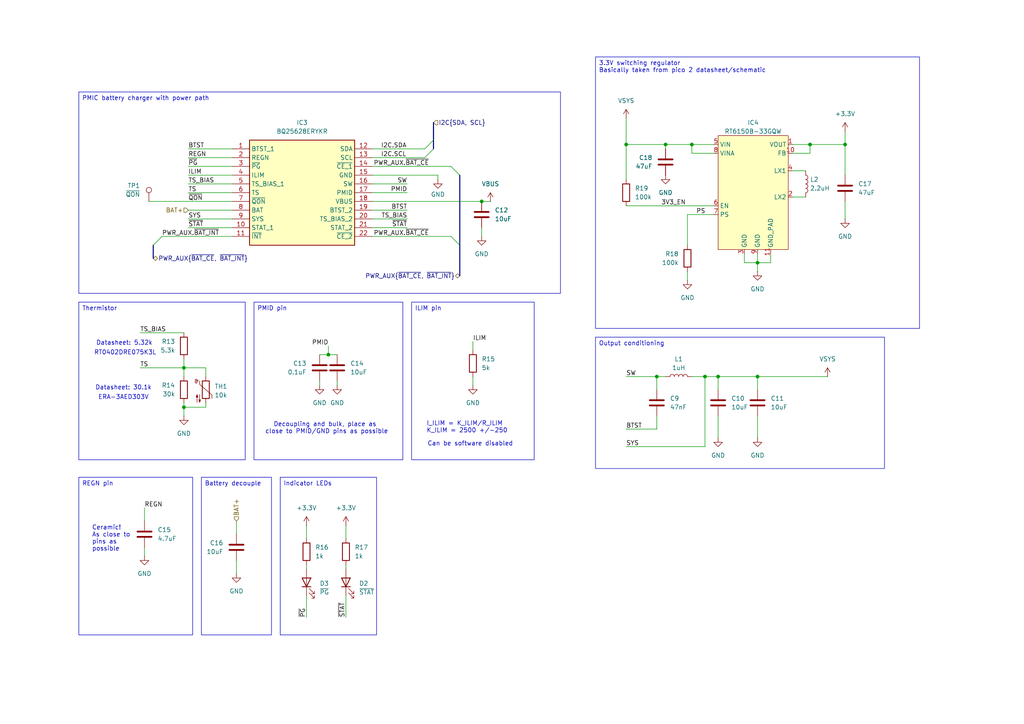
<source format=kicad_sch>
(kicad_sch (version 20250114) (generator "eeschema") (generator_version "9.0")
  (paper "A4")
  (lib_symbols
    (symbol "Connector:TestPoint" (pin_numbers (hide yes)) (pin_names (offset 0.762) (hide yes))
      (property "Reference" "TP" (at 0 6.858 0))
      (property "Value" "TestPoint" (at 0 5.08 0))
      (symbol "TestPoint_0_1"
        (circle (center 0 3.302) (radius 0.762))
      )
      (symbol "TestPoint_1_1"
        (pin passive line (at 0 0 90) (length 2.54) (name "1") (number "1"))
      )
    )
    (symbol "CustomSymbols:RT6150B-33GQW"
      (property "Reference" "IC" (at 0 3.81 0))
      (property "Value" "RT6150B-33GQW" (at 0 1.778 0))
      (symbol "RT6150B-33GQW_1_1"
        (rectangle (start -10.16 -1.27) (end 10.16 -34.29) (fill (type background)))
        (pin power_in line (at -11.43 -3.81 0) (length 1.27) (name "VIN") (number "5"))
        (pin power_in line (at -11.43 -6.35 0) (length 1.27) (name "VINA") (number "8"))
        (pin input line (at -11.43 -21.59 0) (length 1.27) (name "EN") (number "6"))
        (pin input line (at -11.43 -24.13 0) (length 1.27) (name "PS") (number "7"))
        (pin passive line (at -2.54 -35.56 90) (length 1.27) (name "GND") (number "3"))
        (pin passive line (at 1.27 -35.56 90) (length 1.27) (name "GND") (number "9"))
        (pin passive line (at 5.08 -35.56 90) (length 1.27) (name "GND_PAD") (number "11"))
        (pin power_out line (at 11.43 -3.81 180) (length 1.27) (name "VOUT") (number "1"))
        (pin input line (at 11.43 -6.35 180) (length 1.27) (name "FB") (number "10"))
        (pin passive line (at 11.43 -11.43 180) (length 1.27) (name "LX1") (number "4"))
        (pin passive line (at 11.43 -19.05 180) (length 1.27) (name "LX2") (number "2"))
      )
    )
    (symbol "Device:C" (pin_numbers (hide yes)) (pin_names (offset 0.254))
      (property "Reference" "C" (at 0.635 2.54 0))
      (property "Value" "C" (at 0.635 -2.54 0))
      (symbol "C_0_1"
        (polyline (pts (xy -2.032 0.762) (xy 2.032 0.762)) (stroke (width 0.508)))
        (polyline (pts (xy -2.032 -0.762) (xy 2.032 -0.762)) (stroke (width 0.508)))
      )
      (symbol "C_1_1"
        (pin passive line (at 0 3.81 270) (length 2.794) (name "~") (number "1"))
        (pin passive line (at 0 -3.81 90) (length 2.794) (name "~") (number "2"))
      )
    )
    (symbol "Device:L" (pin_numbers (hide yes)) (pin_names (offset 1.016) (hide yes))
      (property "Reference" "L" (at -1.27 0 90))
      (property "Value" "L" (at 1.905 0 90))
      (symbol "L_0_1"
        (arc (start 0 2.54) (mid 0.6323 1.905) (end 0 1.27))
        (arc (start 0 1.27) (mid 0.6323 0.635) (end 0 0))
        (arc (start 0 0) (mid 0.6323 -0.635) (end 0 -1.27))
        (arc (start 0 -1.27) (mid 0.6323 -1.905) (end 0 -2.54))
      )
      (symbol "L_1_1"
        (pin passive line (at 0 3.81 270) (length 1.27) (name "1") (number "1"))
        (pin passive line (at 0 -3.81 90) (length 1.27) (name "2") (number "2"))
      )
    )
    (symbol "Device:LED" (pin_numbers (hide yes)) (pin_names (offset 1.016) (hide yes))
      (property "Reference" "D" (at 0 2.54 0))
      (property "Value" "LED" (at 0 -2.54 0))
      (symbol "LED_0_1"
        (polyline (pts (xy -3.048 -0.762) (xy -4.572 -2.286) (xy -3.81 -2.286) (xy -4.572 -2.286) (xy -4.572 -1.524)))
        (polyline (pts (xy -1.778 -0.762) (xy -3.302 -2.286) (xy -2.54 -2.286) (xy -3.302 -2.286) (xy -3.302 -1.524)))
        (polyline (pts (xy -1.27 0) (xy 1.27 0)))
        (polyline (pts (xy -1.27 -1.27) (xy -1.27 1.27)) (stroke (width 0.254)))
        (polyline (pts (xy 1.27 -1.27) (xy 1.27 1.27) (xy -1.27 0) (xy 1.27 -1.27)) (stroke (width 0.254)))
      )
      (symbol "LED_1_1"
        (pin passive line (at -3.81 0 0) (length 2.54) (name "K") (number "1"))
        (pin passive line (at 3.81 0 180) (length 2.54) (name "A") (number "2"))
      )
    )
    (symbol "Device:R" (pin_numbers (hide yes)) (pin_names (offset 0))
      (property "Reference" "R" (at 2.032 0 90))
      (property "Value" "R" (at 0 0 90))
      (symbol "R_0_1"
        (rectangle (start -1.016 -2.54) (end 1.016 2.54) (stroke (width 0.254)))
      )
      (symbol "R_1_1"
        (pin passive line (at 0 3.81 270) (length 1.27) (name "~") (number "1"))
        (pin passive line (at 0 -3.81 90) (length 1.27) (name "~") (number "2"))
      )
    )
    (symbol "Device:Thermistor_NTC" (pin_numbers (hide yes)) (pin_names (offset 0))
      (property "Reference" "TH" (at -4.445 0 90))
      (property "Value" "Thermistor_NTC" (at 3.175 0 90))
      (symbol "Thermistor_NTC_0_1"
        (arc (start -3.175 2.413) (mid -3.0506 2.3165) (end -3.048 2.159))
        (arc (start -3.048 2.794) (mid -2.9736 2.9736) (end -2.794 3.048))
        (arc (start -2.794 3.048) (mid -2.6144 2.9736) (end -2.54 2.794))
        (arc (start -2.794 2.54) (mid -2.9736 2.6144) (end -3.048 2.794))
        (arc (start -2.794 1.905) (mid -2.9736 1.9794) (end -3.048 2.159))
        (arc (start -2.54 2.159) (mid -2.6144 1.9794) (end -2.794 1.905))
        (arc (start -2.159 2.794) (mid -2.434 2.5608) (end -2.794 2.54))
        (polyline (pts (xy -2.54 2.159) (xy -2.54 2.794)))
        (polyline (pts (xy -2.54 -3.683) (xy -2.54 -1.397) (xy -2.794 -2.159) (xy -2.286 -2.159) (xy -2.54 -1.397) (xy -2.54 -1.651)) (fill (type outline)))
        (polyline (pts (xy -1.778 2.54) (xy -1.778 1.524) (xy 1.778 -1.524) (xy 1.778 -2.54)))
        (polyline (pts (xy -1.778 -1.397) (xy -1.778 -3.683) (xy -2.032 -2.921) (xy -1.524 -2.921) (xy -1.778 -3.683) (xy -1.778 -3.429)) (fill (type outline)))
        (rectangle (start -1.016 2.54) (end 1.016 -2.54) (stroke (width 0.254)))
      )
      (symbol "Thermistor_NTC_1_1"
        (pin passive line (at 0 3.81 270) (length 1.27) (name "~") (number "1"))
        (pin passive line (at 0 -3.81 90) (length 1.27) (name "~") (number "2"))
      )
    )
    (symbol "SamacSys_Parts:BQ25628ERYKR"
      (property "Reference" "IC" (at 36.83 7.62 0))
      (property "Value" "BQ25628ERYKR" (at 36.83 5.08 0))
      (symbol "BQ25628ERYKR_1_1"
        (rectangle (start 5.08 2.54) (end 35.56 -27.94) (stroke (width 0.254)) (fill (type background)))
        (pin passive line (at 0 0 0) (length 5.08) (name "BTST_1") (number "1"))
        (pin passive line (at 0 -2.54 0) (length 5.08) (name "REGN") (number "2"))
        (pin passive line (at 0 -5.08 0) (length 5.08) (name "~{PG}") (number "3"))
        (pin passive line (at 0 -7.62 0) (length 5.08) (name "ILIM") (number "4"))
        (pin passive line (at 0 -10.16 0) (length 5.08) (name "TS_BIAS_1") (number "5"))
        (pin passive line (at 0 -12.7 0) (length 5.08) (name "TS") (number "6"))
        (pin passive line (at 0 -15.24 0) (length 5.08) (name "~{QON}") (number "7"))
        (pin passive line (at 0 -17.78 0) (length 5.08) (name "BAT") (number "8"))
        (pin passive line (at 0 -20.32 0) (length 5.08) (name "SYS") (number "9"))
        (pin passive line (at 0 -22.86 0) (length 5.08) (name "STAT_1") (number "10"))
        (pin passive line (at 0 -25.4 0) (length 5.08) (name "~{INT}") (number "11"))
        (pin passive line (at 40.64 0 180) (length 5.08) (name "SDA") (number "12"))
        (pin passive line (at 40.64 -2.54 180) (length 5.08) (name "SCL") (number "13"))
        (pin passive line (at 40.64 -5.08 180) (length 5.08) (name "~{CE_1}") (number "14"))
        (pin passive line (at 40.64 -7.62 180) (length 5.08) (name "GND") (number "15"))
        (pin passive line (at 40.64 -10.16 180) (length 5.08) (name "SW") (number "16"))
        (pin passive line (at 40.64 -12.7 180) (length 5.08) (name "PMID") (number "17"))
        (pin passive line (at 40.64 -15.24 180) (length 5.08) (name "VBUS") (number "18"))
        (pin passive line (at 40.64 -17.78 180) (length 5.08) (name "BTST_2") (number "19"))
        (pin passive line (at 40.64 -20.32 180) (length 5.08) (name "TS_BIAS_2") (number "20"))
        (pin passive line (at 40.64 -22.86 180) (length 5.08) (name "STAT_2") (number "21"))
        (pin passive line (at 40.64 -25.4 180) (length 5.08) (name "~{CE_2}") (number "22"))
      )
    )
    (symbol "power:+3.3V" (power) (pin_numbers (hide yes)) (pin_names (offset 0) (hide yes))
      (property "Value" "+3.3V" (at 0 3.556 0))
      (symbol "+3.3V_0_1"
        (polyline (pts (xy -0.762 1.27) (xy 0 2.54)))
        (polyline (pts (xy 0 2.54) (xy 0.762 1.27)))
        (polyline (pts (xy 0 0) (xy 0 2.54)))
      )
      (symbol "+3.3V_1_1"
        (pin power_in line (at 0 0 90) (length 0) (name "~") (number "1"))
      )
    )
    (symbol "power:GND" (power) (pin_numbers (hide yes)) (pin_names (offset 0) (hide yes))
      (property "Value" "GND" (at 0 -3.81 0))
      (symbol "GND_0_1"
        (polyline (pts (xy 0 0) (xy 0 -1.27) (xy 1.27 -1.27) (xy 0 -2.54) (xy -1.27 -1.27) (xy 0 -1.27)))
      )
      (symbol "GND_1_1"
        (pin power_in line (at 0 0 270) (length 0) (name "~") (number "1"))
      )
    )
    (symbol "power:VBUS" (power) (pin_numbers (hide yes)) (pin_names (offset 0) (hide yes))
      (property "Value" "VBUS" (at 0 3.556 0))
      (symbol "VBUS_0_1"
        (polyline (pts (xy -0.762 1.27) (xy 0 2.54)))
        (polyline (pts (xy 0 2.54) (xy 0.762 1.27)))
        (polyline (pts (xy 0 0) (xy 0 2.54)))
      )
      (symbol "VBUS_1_1"
        (pin power_in line (at 0 0 90) (length 0) (name "~") (number "1"))
      )
    )
  )
  (text "Can be software disabled" (at 136.398 128.778 0) (effects (font (size 1.27 1.27))))
  (text "I_ILIM = K_ILIM/R_ILIM\nK_ILIM = 2500 +/-250 " (at 123.698 123.952 0) (effects (font (size 1.27 1.27)) (justify left)))
  (text "Datasheet: 30.1k" (at 35.814 112.522 0) (effects (font (size 1.27 1.27))))
  (text "Ceramic!\nAs close to \npins as \npossible" (at 26.67 160.02 0) (effects (font (size 1.27 1.27)) (justify left bottom)))
  (text "RT0402DRE075K3L" (at 36.322 102.362 0) (effects (font (size 1.27 1.27))))
  (text "Decoupling and bulk, place as \nclose to PMID/GND pins as possible" (at 94.742 124.206 0) (effects (font (size 1.27 1.27))))
  (text "Datasheet: 5.32k" (at 36.068 99.568 0) (effects (font (size 1.27 1.27))))
  (text "ERA-3AED303V" (at 35.814 115.316 0) (effects (font (size 1.27 1.27))))
  (text_box "3.3V switching regulator\nBasically taken from pico 2 datasheet/schematic" (at 172.72 16.51 0) (size 93.98 78.74) (margins 0.9525 0.9525 0.9525 0.9525) (effects (font (size 1.27 1.27)) (justify left top)))
  (text_box "Battery decouple" (at 58.42 138.43 0) (size 20.32 45.72) (margins 0.9525 0.9525 0.9525 0.9525) (effects (font (size 1.27 1.27)) (justify left top)))
  (text_box "Thermistor" (at 22.86 87.63 0) (size 48.26 45.72) (margins 0.9525 0.9525 0.9525 0.9525) (effects (font (size 1.27 1.27)) (justify left top)))
  (text_box "PMID pin" (at 73.66 87.63 0) (size 43.18 45.72) (margins 0.9525 0.9525 0.9525 0.9525) (effects (font (size 1.27 1.27)) (justify left top)))
  (text_box "PMIC battery charger with power path" (at 22.86 26.67 0) (size 139.7 58.42) (margins 0.9525 0.9525 0.9525 0.9525) (effects (font (size 1.27 1.27)) (justify left top)))
  (text_box "REGN pin" (at 22.86 138.43 0) (size 33.02 45.72) (margins 0.9525 0.9525 0.9525 0.9525) (effects (font (size 1.27 1.27)) (justify left top)))
  (text_box "Indicator LEDs" (at 81.28 138.43 0) (size 27.94 45.72) (margins 0.9525 0.9525 0.9525 0.9525) (effects (font (size 1.27 1.27)) (justify left top)))
  (text_box "ILIM pin" (at 119.38 87.63 0) (size 35.56 45.72) (margins 0.9525 0.9525 0.9525 0.9525) (effects (font (size 1.27 1.27)) (justify left top)))
  (text_box "Output conditioning" (at 172.72 97.79 0) (size 83.82 38.1) (margins 0.9525 0.9525 0.9525 0.9525) (effects (font (size 1.27 1.27)) (justify left top)))
  (junction (at 190.5 109.22))
  (junction (at 181.61 41.91))
  (junction (at 208.28 109.22))
  (junction (at 219.71 76.2))
  (junction (at 219.71 109.22))
  (junction (at 53.34 118.11))
  (junction (at 200.66 41.91))
  (junction (at 204.47 109.22))
  (junction (at 245.11 41.91))
  (junction (at 234.95 41.91))
  (junction (at 53.34 106.68))
  (junction (at 193.04 41.91))
  (junction (at 95.25 102.87))
  (junction (at 139.7 58.42))
  (bus_entry (at 130.81 68.58) (size 2.54 2.54))
  (bus_entry (at 130.81 48.26) (size 2.54 2.54))
  (bus_entry (at 123.19 43.18) (size 2.54 -2.54))
  (bus_entry (at 123.19 45.72) (size 2.54 -2.54))
  (bus_entry (at 44.45 71.12) (size 2.54 -2.54))
  (wire (pts (xy 88.9 163.83) (xy 88.9 165.1)))
  (bus (pts (xy 44.45 71.12) (xy 44.45 74.93)))
  (wire (pts (xy 40.64 96.52) (xy 53.34 96.52)))
  (wire (pts (xy 229.87 41.91) (xy 234.95 41.91)))
  (wire (pts (xy 190.5 109.22) (xy 190.5 113.03)))
  (wire (pts (xy 200.66 41.91) (xy 207.01 41.91)))
  (wire (pts (xy 219.71 109.22) (xy 219.71 113.03)))
  (bus (pts (xy 133.35 50.8) (xy 133.35 71.12)))
  (wire (pts (xy 200.66 41.91) (xy 200.66 44.45)))
  (wire (pts (xy 41.91 158.75) (xy 41.91 161.29)))
  (wire (pts (xy 181.61 129.54) (xy 204.47 129.54)))
  (wire (pts (xy 193.04 41.91) (xy 193.04 43.18)))
  (wire (pts (xy 100.33 163.83) (xy 100.33 165.1)))
  (wire (pts (xy 181.61 109.22) (xy 190.5 109.22)))
  (wire (pts (xy 53.34 116.84) (xy 53.34 118.11)))
  (wire (pts (xy 181.61 124.46) (xy 190.5 124.46)))
  (wire (pts (xy 190.5 109.22) (xy 193.04 109.22)))
  (wire (pts (xy 54.61 45.72) (xy 67.31 45.72)))
  (wire (pts (xy 92.71 110.49) (xy 92.71 111.76)))
  (wire (pts (xy 181.61 59.69) (xy 207.01 59.69)))
  (wire (pts (xy 53.34 118.11) (xy 53.34 120.65)))
  (wire (pts (xy 137.16 109.22) (xy 137.16 111.76)))
  (wire (pts (xy 54.61 48.26) (xy 67.31 48.26)))
  (wire (pts (xy 229.87 44.45) (xy 234.95 44.45)))
  (wire (pts (xy 234.95 44.45) (xy 234.95 41.91)))
  (wire (pts (xy 54.61 55.88) (xy 67.31 55.88)))
  (wire (pts (xy 43.18 58.42) (xy 67.31 58.42)))
  (wire (pts (xy 137.16 99.06) (xy 137.16 101.6)))
  (wire (pts (xy 215.9 73.66) (xy 215.9 76.2)))
  (wire (pts (xy 107.95 45.72) (xy 123.19 45.72)))
  (wire (pts (xy 223.52 73.66) (xy 223.52 76.2)))
  (wire (pts (xy 107.95 53.34) (xy 118.11 53.34)))
  (bus (pts (xy 125.73 40.64) (xy 125.73 35.56)))
  (wire (pts (xy 200.66 44.45) (xy 207.01 44.45)))
  (wire (pts (xy 204.47 129.54) (xy 204.47 109.22)))
  (wire (pts (xy 208.28 120.65) (xy 208.28 127)))
  (wire (pts (xy 54.61 50.8) (xy 67.31 50.8)))
  (wire (pts (xy 107.95 68.58) (xy 130.81 68.58)))
  (wire (pts (xy 68.58 162.56) (xy 68.58 166.37)))
  (wire (pts (xy 54.61 53.34) (xy 67.31 53.34)))
  (wire (pts (xy 97.79 110.49) (xy 97.79 111.76)))
  (wire (pts (xy 54.61 63.5) (xy 67.31 63.5)))
  (wire (pts (xy 88.9 172.72) (xy 88.9 179.07)))
  (wire (pts (xy 234.95 41.91) (xy 245.11 41.91)))
  (wire (pts (xy 229.87 57.15) (xy 233.68 57.15)))
  (bus (pts (xy 133.35 71.12) (xy 133.35 80.01)))
  (wire (pts (xy 181.61 34.29) (xy 181.61 41.91)))
  (bus (pts (xy 125.73 43.18) (xy 125.73 40.64)))
  (wire (pts (xy 181.61 41.91) (xy 193.04 41.91)))
  (wire (pts (xy 199.39 62.23) (xy 207.01 62.23)))
  (wire (pts (xy 95.25 100.33) (xy 95.25 102.87)))
  (wire (pts (xy 54.61 43.18) (xy 67.31 43.18)))
  (wire (pts (xy 204.47 109.22) (xy 208.28 109.22)))
  (wire (pts (xy 245.11 58.42) (xy 245.11 63.5)))
  (wire (pts (xy 219.71 109.22) (xy 240.03 109.22)))
  (wire (pts (xy 53.34 106.68) (xy 53.34 109.22)))
  (wire (pts (xy 219.71 120.65) (xy 219.71 127)))
  (wire (pts (xy 107.95 50.8) (xy 127 50.8)))
  (wire (pts (xy 40.64 106.68) (xy 53.34 106.68)))
  (wire (pts (xy 199.39 71.12) (xy 199.39 62.23)))
  (wire (pts (xy 53.34 106.68) (xy 59.69 106.68)))
  (wire (pts (xy 54.61 60.96) (xy 67.31 60.96)))
  (wire (pts (xy 193.04 41.91) (xy 200.66 41.91)))
  (wire (pts (xy 100.33 152.4) (xy 100.33 156.21)))
  (wire (pts (xy 215.9 76.2) (xy 219.71 76.2)))
  (wire (pts (xy 181.61 41.91) (xy 181.61 52.07)))
  (wire (pts (xy 107.95 48.26) (xy 130.81 48.26)))
  (wire (pts (xy 88.9 152.4) (xy 88.9 156.21)))
  (wire (pts (xy 107.95 60.96) (xy 118.11 60.96)))
  (wire (pts (xy 53.34 104.14) (xy 53.34 106.68)))
  (wire (pts (xy 107.95 66.04) (xy 118.11 66.04)))
  (wire (pts (xy 127 50.8) (xy 127 52.07)))
  (wire (pts (xy 54.61 66.04) (xy 67.31 66.04)))
  (wire (pts (xy 59.69 116.84) (xy 59.69 118.11)))
  (wire (pts (xy 107.95 55.88) (xy 118.11 55.88)))
  (wire (pts (xy 92.71 102.87) (xy 95.25 102.87)))
  (wire (pts (xy 107.95 43.18) (xy 123.19 43.18)))
  (wire (pts (xy 95.25 102.87) (xy 97.79 102.87)))
  (wire (pts (xy 68.58 151.13) (xy 68.58 154.94)))
  (wire (pts (xy 41.91 147.32) (xy 41.91 151.13)))
  (wire (pts (xy 59.69 118.11) (xy 53.34 118.11)))
  (wire (pts (xy 245.11 38.1) (xy 245.11 41.91)))
  (wire (pts (xy 139.7 58.42) (xy 142.24 58.42)))
  (wire (pts (xy 190.5 124.46) (xy 190.5 120.65)))
  (wire (pts (xy 199.39 78.74) (xy 199.39 81.28)))
  (wire (pts (xy 219.71 76.2) (xy 219.71 78.74)))
  (wire (pts (xy 107.95 58.42) (xy 139.7 58.42)))
  (wire (pts (xy 245.11 41.91) (xy 245.11 50.8)))
  (wire (pts (xy 59.69 106.68) (xy 59.69 109.22)))
  (wire (pts (xy 219.71 73.66) (xy 219.71 76.2)))
  (wire (pts (xy 223.52 76.2) (xy 219.71 76.2)))
  (wire (pts (xy 208.28 109.22) (xy 219.71 109.22)))
  (wire (pts (xy 139.7 66.04) (xy 139.7 68.58)))
  (wire (pts (xy 46.99 68.58) (xy 67.31 68.58)))
  (wire (pts (xy 100.33 172.72) (xy 100.33 179.07)))
  (wire (pts (xy 107.95 63.5) (xy 118.11 63.5)))
  (wire (pts (xy 200.66 109.22) (xy 204.47 109.22)))
  (wire (pts (xy 208.28 109.22) (xy 208.28 113.03)))
  (wire (pts (xy 229.87 49.53) (xy 233.68 49.53)))
  (label "PMID" (at 118.11 55.88 180))
  (label "TS" (at 40.64 106.68 0))
  (label "REGN" (at 41.91 147.32 0))
  (label "PMID" (at 95.25 100.33 180))
  (label "REGN" (at 54.61 45.72 0))
  (label "~{STAT}" (at 54.61 66.04 0))
  (label "PWR_AUX.~{BAT_CE}" (at 124.46 68.58 180))
  (label "3V3_EN" (at 191.77 59.69 0))
  (label "~{QON}" (at 54.61 58.42 0))
  (label "BTST" (at 181.61 124.46 0))
  (label "~{PG}" (at 88.9 179.07 90))
  (label "PWR_AUX.~{BAT_CE}" (at 124.46 48.26 180))
  (label "SYS" (at 54.61 63.5 0))
  (label "BTST" (at 54.61 43.18 0))
  (label "~{STAT}" (at 118.11 66.04 180))
  (label "SYS" (at 181.61 129.54 0))
  (label "ILIM" (at 54.61 50.8 0))
  (label "SW" (at 118.11 53.34 180))
  (label "PS" (at 201.93 62.23 0))
  (label "TS_BIAS" (at 118.11 63.5 180))
  (label "TS_BIAS" (at 54.61 53.34 0))
  (label "TS" (at 54.61 55.88 0))
  (label "I2C.SCL" (at 110.49 45.72 0))
  (label "PWR_AUX.~{BAT_INT}" (at 46.99 68.58 0))
  (label "ILIM" (at 137.16 99.06 0))
  (label "SW" (at 181.61 109.22 0))
  (label "~{PG}" (at 54.61 48.26 0))
  (label "BTST" (at 118.11 60.96 180))
  (label "~{STAT}" (at 100.33 179.07 90))
  (label "I2C.SDA" (at 110.49 43.18 0))
  (label "TS_BIAS" (at 40.64 96.52 0))
  (hierarchical_label "BAT+" (shape input) (at 54.61 60.96 180))
  (hierarchical_label "I2C{SDA, SCL}" (shape input) (at 125.73 35.56 0))
  (hierarchical_label "PWR_AUX{~{BAT_CE}, ~{BAT_INT}}" (shape bidirectional) (at 44.45 74.93 0))
  (hierarchical_label "BAT+" (shape input) (at 68.58 151.13 90))
  (hierarchical_label "PWR_AUX{~{BAT_CE}, ~{BAT_INT}}" (shape bidirectional) (at 133.35 80.01 180))
  (symbol (lib_id "Device:R") (at 53.34 113.03 0) (mirror y) (unit 1)
    (property "Reference" "R14" (at 50.8 111.7599 0) (effects (justify left)))
    (property "Value" "30k" (at 50.8 114.2999 0) (effects (justify left)))
    (property "Footprint" "Resistor_SMD:R_0603_1608Metric" (effects (hide yes)))
    (property "Description" "Resistor" (effects (hide yes)))
  )
  (symbol (lib_id "power:GND") (at 219.71 78.74 0) (unit 1)
    (property "Reference" "#PWR043" (effects (hide yes)))
    (property "Value" "GND" (at 219.71 83.82 0))
    (property "Description" "Power symbol creates a global label with name \"GND\" , ground" (effects (hide yes)))
  )
  (symbol (lib_id "Device:L") (at 233.68 53.34 0) (unit 1)
    (property "Reference" "L2" (at 234.95 52.0699 0) (effects (justify left)))
    (property "Value" "2.2uH" (at 234.95 54.6099 0) (effects (justify left)))
    (property "Footprint" "Inductor_SMD:L_0805_2012Metric" (effects (hide yes)))
    (property "Description" "Inductor" (effects (hide yes)))
  )
  (symbol (lib_id "power:GND") (at 193.04 50.8 0) (unit 1)
    (property "Reference" "#PWR073" (effects (hide yes)))
    (property "Value" "GND" (at 193.04 55.88 0))
    (property "Description" "Power symbol creates a global label with name \"GND\" , ground" (effects (hide yes)))
  )
  (symbol (lib_id "Device:C") (at 193.04 46.99 0) (mirror y) (unit 1)
    (property "Reference" "C18" (at 189.23 45.7199 0) (effects (justify left)))
    (property "Value" "47uF" (at 189.23 48.2599 0) (effects (justify left)))
    (property "Footprint" "Capacitor_SMD:C_0805_2012Metric" (effects (hide yes)))
    (property "Description" "Unpolarized capacitor" (effects (hide yes)))
    (property "Tolerance" "20%" (effects (hide yes)))
    (property "Material" "X5R" (effects (hide yes)))
  )
  (symbol (lib_id "Connector:TestPoint") (at 43.18 58.42 0) (unit 1)
    (property "Reference" "TP1" (at 40.64 53.8479 0) (effects (justify right)))
    (property "Value" "~{QON}" (at 40.64 56.3879 0) (effects (justify right)))
    (property "Footprint" "TestPoint:TestPoint_Pad_2.5x2.5mm" (effects (hide yes)))
    (property "Description" "test point" (effects (hide yes)))
  )
  (symbol (lib_id "Device:C") (at 245.11 54.61 0) (unit 1)
    (property "Reference" "C17" (at 248.92 53.3399 0) (effects (justify left)))
    (property "Value" "47uF" (at 248.92 55.8799 0) (effects (justify left)))
    (property "Footprint" "Capacitor_SMD:C_0805_2012Metric" (effects (hide yes)))
    (property "Description" "Unpolarized capacitor" (effects (hide yes)))
    (property "Tolerance" "20%" (effects (hide yes)))
    (property "Material" "X5R" (effects (hide yes)))
  )
  (symbol (lib_id "Device:R") (at 100.33 160.02 0) (mirror y) (unit 1)
    (property "Reference" "R17" (at 102.87 158.7499 0) (effects (justify right)))
    (property "Value" "1k" (at 102.87 161.2899 0) (effects (justify right)))
    (property "Footprint" "Resistor_SMD:R_0402_1005Metric" (effects (hide yes)))
    (property "Description" "Resistor" (effects (hide yes)))
  )
  (symbol (lib_id "Device:C") (at 41.91 154.94 0) (unit 1)
    (property "Reference" "C15" (at 45.72 153.67 0) (effects (justify left)))
    (property "Value" "4.7uF" (at 45.72 156.21 0) (effects (justify left)))
    (property "Footprint" "Capacitor_SMD:C_0603_1608Metric" (effects (hide yes)))
  )
  (symbol (lib_id "SamacSys_Parts:BQ25628ERYKR") (at 67.31 43.18 0) (unit 1)
    (property "Reference" "IC3" (at 87.63 35.56 0))
    (property "Value" "BQ25628ERYKR" (at 87.63 38.1 0))
    (property "Footprint" "SamacSys_Parts:BQ25628ERYKR" (effects (hide yes)))
    (property "Datasheet" "https://www.ti.com/lit/gpn/bq25628e" (effects (hide yes)))
    (property "Description" "Battery Management IC controlled single-cell 2-A buck battery charger with up to 18-V input and ADC" (effects (hide yes)))
    (property "Height" "0.8" (effects (hide yes)))
    (property "Mouser Part Number" "595-BQ25628ERYKR" (effects (hide yes)))
    (property "Mouser Price/Stock" "https://www.mouser.co.uk/ProductDetail/Texas-Instruments/BQ25628ERYKR?qs=1Kr7Jg1SGW98W%252BeGFQ305w%3D%3D" (effects (hide yes)))
    (property "Manufacturer_Name" "Texas Instruments" (effects (hide yes)))
    (property "Manufacturer_Part_Number" "BQ25628ERYKR" (effects (hide yes)))
  )
  (symbol (lib_id "power:GND") (at 68.58 166.37 0) (unit 1)
    (property "Reference" "#PWR039" (effects (hide yes)))
    (property "Value" "GND" (at 68.58 171.45 0))
  )
  (symbol (lib_id "power:+3.3V") (at 245.11 38.1 0) (unit 1)
    (property "Reference" "#PWR042" (effects (hide yes)))
    (property "Value" "+3.3V" (at 245.11 33.02 0))
    (property "Description" "Power symbol creates a global label with name \"+3.3V\"" (effects (hide yes)))
  )
  (symbol (lib_id "Device:R") (at 53.34 100.33 0) (mirror y) (unit 1)
    (property "Reference" "R13" (at 50.8 99.0599 0) (effects (justify left)))
    (property "Value" "5.3k" (at 50.8 101.5999 0) (effects (justify left)))
    (property "Footprint" "Resistor_SMD:R_0402_1005Metric" (effects (hide yes)))
    (property "Description" "Resistor" (effects (hide yes)))
  )
  (symbol (lib_id "power:GND") (at 53.34 120.65 0) (unit 1)
    (property "Reference" "#PWR030" (effects (hide yes)))
    (property "Value" "GND" (at 53.34 125.73 0))
  )
  (symbol (lib_id "Device:Thermistor_NTC") (at 59.69 113.03 0) (unit 1)
    (property "Reference" "TH1" (at 62.23 112.0774 0) (effects (justify left)))
    (property "Value" "10k" (at 62.23 114.6174 0) (effects (justify left)))
    (property "Footprint" "Resistor_SMD:R_0402_1005Metric" (effects (hide yes)))
    (property "Description" "Temperature dependent resistor, negative temperature coefficient" (effects (hide yes)))
  )
  (symbol (lib_id "Device:R") (at 137.16 105.41 0) (unit 1)
    (property "Reference" "R15" (at 139.7 104.1399 0) (effects (justify left)))
    (property "Value" "5k" (at 139.7 106.6799 0) (effects (justify left)))
    (property "Footprint" "Resistor_SMD:R_0402_1005Metric" (effects (hide yes)))
  )
  (symbol (lib_id "power:GND") (at 245.11 63.5 0) (unit 1)
    (property "Reference" "#PWR046" (effects (hide yes)))
    (property "Value" "GND" (at 245.11 68.58 0))
    (property "Description" "Power symbol creates a global label with name \"GND\" , ground" (effects (hide yes)))
  )
  (symbol (lib_id "power:GND") (at 219.71 127 0) (unit 1)
    (property "Reference" "#PWR032" (effects (hide yes)))
    (property "Value" "GND" (at 219.71 132.08 0))
  )
  (symbol (lib_id "Device:R") (at 199.39 74.93 0) (unit 1)
    (property "Reference" "R18" (at 196.85 73.6599 0) (effects (justify right)))
    (property "Value" "100k" (at 196.85 76.1999 0) (effects (justify right)))
    (property "Footprint" "Resistor_SMD:R_0603_1608Metric" (effects (hide yes)))
    (property "Description" "Resistor" (effects (hide yes)))
  )
  (symbol (lib_id "Device:C") (at 68.58 158.75 0) (unit 1)
    (property "Reference" "C16" (at 64.77 157.4799 0) (effects (justify right)))
    (property "Value" "10uF" (at 64.77 160.0199 0) (effects (justify right)))
    (property "Footprint" "Capacitor_SMD:C_0603_1608Metric" (effects (hide yes)))
    (property "Description" "Unpolarized capacitor" (effects (hide yes)))
  )
  (symbol (lib_id "power:GND") (at 41.91 161.29 0) (unit 1)
    (property "Reference" "#PWR038" (effects (hide yes)))
    (property "Value" "GND" (at 41.91 166.37 0))
  )
  (symbol (lib_id "power:GND") (at 199.39 81.28 0) (unit 1)
    (property "Reference" "#PWR044" (effects (hide yes)))
    (property "Value" "GND" (at 199.39 86.36 0))
    (property "Description" "Power symbol creates a global label with name \"GND\" , ground" (effects (hide yes)))
  )
  (symbol (lib_id "Device:C") (at 92.71 106.68 0) (unit 1)
    (property "Reference" "C13" (at 88.9 105.4099 0) (effects (justify right)))
    (property "Value" "0.1uF" (at 88.9 107.9499 0) (effects (justify right)))
    (property "Footprint" "Capacitor_SMD:C_0402_1005Metric" (effects (hide yes)))
    (property "Description" "Unpolarized capacitor" (effects (hide yes)))
  )
  (symbol (lib_id "Device:LED") (at 100.33 168.91 90) (unit 1)
    (property "Reference" "D2" (at 104.14 169.2274 90) (effects (justify right)))
    (property "Value" "~{STAT}" (at 104.14 171.7674 90) (effects (justify right)))
    (property "Footprint" "LED_SMD:LED_0402_1005Metric" (effects (hide yes)))
    (property "Description" "Light emitting diode" (effects (hide yes)))
    (property "Sim.Pins" "1=K 2=A" (effects (hide yes)))
  )
  (symbol (lib_id "Device:C") (at 97.79 106.68 0) (unit 1)
    (property "Reference" "C14" (at 101.6 105.41 0) (effects (justify left)))
    (property "Value" "10uF" (at 101.6 107.95 0) (effects (justify left)))
    (property "Footprint" "Capacitor_SMD:C_0603_1608Metric" (effects (hide yes)))
  )
  (symbol (lib_id "power:GND") (at 137.16 111.76 0) (unit 1)
    (property "Reference" "#PWR037" (effects (hide yes)))
    (property "Value" "GND" (at 137.16 116.84 0))
  )
  (symbol (lib_id "power:+3.3V") (at 88.9 152.4 0) (unit 1)
    (property "Reference" "#PWR040" (effects (hide yes)))
    (property "Value" "+3.3V" (at 88.9 147.32 0))
    (property "Description" "Power symbol creates a global label with name \"+3.3V\"" (effects (hide yes)))
  )
  (symbol (lib_id "CustomSymbols:RT6150B-33GQW") (at 218.44 38.1 0) (unit 1)
    (property "Reference" "IC4" (at 218.44 35.56 0))
    (property "Value" "RT6150B-33GQW" (at 218.44 38.1 0))
    (property "Footprint" "SamacSys_Parts:SON50P250X250X80-11N-D" (effects (hide yes)))
  )
  (symbol (lib_id "Device:C") (at 219.71 116.84 0) (unit 1)
    (property "Reference" "C11" (at 223.52 115.5699 0) (effects (justify left)))
    (property "Value" "10uF" (at 223.52 118.1099 0) (effects (justify left)))
    (property "Footprint" "Capacitor_SMD:C_0603_1608Metric" (effects (hide yes)))
    (property "Description" "Unpolarized capacitor" (effects (hide yes)))
  )
  (symbol (lib_id "Device:L") (at 196.85 109.22 90) (unit 1)
    (property "Reference" "L1" (at 196.85 104.14 90))
    (property "Value" "1uH" (at 196.85 106.68 90))
    (property "Footprint" "Inductor_SMD:L_0603_1608Metric" (effects (hide yes)))
  )
  (symbol (lib_id "Device:C") (at 139.7 62.23 0) (unit 1)
    (property "Reference" "C12" (at 143.51 60.9599 0) (effects (justify left)))
    (property "Value" "10uF" (at 143.51 63.4999 0) (effects (justify left)))
    (property "Footprint" "Capacitor_SMD:C_0603_1608Metric" (effects (hide yes)))
  )
  (symbol (lib_id "Device:R") (at 88.9 160.02 0) (mirror y) (unit 1)
    (property "Reference" "R16" (at 91.44 158.7499 0) (effects (justify right)))
    (property "Value" "1k" (at 91.44 161.2899 0) (effects (justify right)))
    (property "Footprint" "Resistor_SMD:R_0402_1005Metric" (effects (hide yes)))
    (property "Description" "Resistor" (effects (hide yes)))
  )
  (symbol (lib_id "power:GND") (at 92.71 111.76 0) (unit 1)
    (property "Reference" "#PWR035" (effects (hide yes)))
    (property "Value" "GND" (at 92.71 116.84 0))
  )
  (symbol (lib_id "power:GND") (at 208.28 127 0) (unit 1)
    (property "Reference" "#PWR031" (effects (hide yes)))
    (property "Value" "GND" (at 208.28 132.08 0))
  )
  (symbol (lib_id "power:GND") (at 127 52.07 0) (unit 1)
    (property "Reference" "#PWR028" (effects (hide yes)))
    (property "Value" "GND" (at 127 56.388 0))
    (property "Description" "Power symbol creates a global label with name \"GND\" , ground" (effects (hide yes)))
  )
  (symbol (lib_id "power:VBUS") (at 142.24 58.42 0) (unit 1)
    (property "Reference" "#PWR029" (effects (hide yes)))
    (property "Value" "VBUS" (at 142.24 53.34 0))
    (property "Description" "Power symbol creates a global label with name \"VBUS\"" (effects (hide yes)))
  )
  (symbol (lib_id "Device:C") (at 208.28 116.84 0) (unit 1)
    (property "Reference" "C10" (at 212.09 115.5699 0) (effects (justify left)))
    (property "Value" "10uF" (at 212.09 118.1099 0) (effects (justify left)))
    (property "Footprint" "Capacitor_SMD:C_0603_1608Metric" (effects (hide yes)))
    (property "Description" "Unpolarized capacitor" (effects (hide yes)))
  )
  (symbol (lib_id "Device:R") (at 181.61 55.88 0) (mirror y) (unit 1)
    (property "Reference" "R19" (at 184.15 54.6099 0) (effects (justify right)))
    (property "Value" "100k" (at 184.15 57.1499 0) (effects (justify right)))
    (property "Footprint" "Resistor_SMD:R_0603_1608Metric" (effects (hide yes)))
    (property "Description" "Resistor" (effects (hide yes)))
  )
  (symbol (lib_id "Device:LED") (at 88.9 168.91 90) (unit 1)
    (property "Reference" "D3" (at 92.71 169.2274 90) (effects (justify right)))
    (property "Value" "~{PG}" (at 92.71 171.7674 90) (effects (justify right)))
    (property "Footprint" "LED_SMD:LED_0402_1005Metric" (effects (hide yes)))
    (property "Description" "Light emitting diode" (effects (hide yes)))
    (property "Sim.Pins" "1=K 2=A" (effects (hide yes)))
  )
  (symbol (lib_id "power:GND") (at 139.7 68.58 0) (unit 1)
    (property "Reference" "#PWR034" (effects (hide yes)))
    (property "Value" "GND" (at 139.7 73.66 0))
  )
  (symbol (lib_id "power:GND") (at 97.79 111.76 0) (unit 1)
    (property "Reference" "#PWR036" (effects (hide yes)))
    (property "Value" "GND" (at 97.79 116.84 0))
  )
  (symbol (lib_id "power:+3.3V") (at 100.33 152.4 0) (unit 1)
    (property "Reference" "#PWR041" (effects (hide yes)))
    (property "Value" "+3.3V" (at 100.33 147.32 0))
    (property "Description" "Power symbol creates a global label with name \"+3.3V\"" (effects (hide yes)))
  )
  (symbol (lib_id "power:VBUS") (at 181.61 34.29 0) (unit 1)
    (property "Reference" "#PWR045" (effects (hide yes)))
    (property "Value" "VSYS" (at 181.61 29.21 0))
    (property "Description" "Power symbol creates a global label with name \"VBUS\"" (effects (hide yes)))
  )
  (symbol (lib_id "Device:C") (at 190.5 116.84 0) (unit 1)
    (property "Reference" "C9" (at 194.31 115.57 0) (effects (justify left)))
    (property "Value" "47nF" (at 194.31 118.11 0) (effects (justify left)))
    (property "Footprint" "Capacitor_SMD:C_0603_1608Metric" (effects (hide yes)))
  )
  (symbol (lib_id "power:VBUS") (at 240.03 109.22 0) (unit 1)
    (property "Reference" "#PWR033" (effects (hide yes)))
    (property "Value" "VSYS" (at 240.03 104.14 0))
    (property "Description" "Power symbol creates a global label with name \"VBUS\"" (effects (hide yes)))
  )
)
</source>
